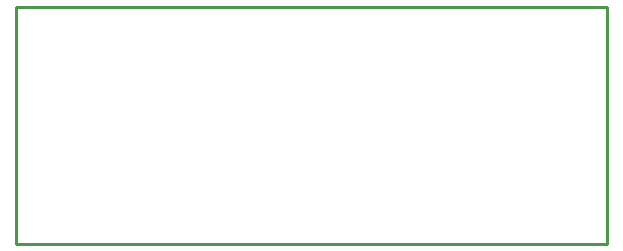
<source format=gko>
G04 Layer_Color=16711935*
%FSLAX24Y24*%
%MOIN*%
G70*
G01*
G75*
%ADD16C,0.0100*%
D16*
X0Y0D02*
Y7874D01*
X19685D01*
Y0D02*
Y7874D01*
X0Y0D02*
X19685D01*
M02*

</source>
